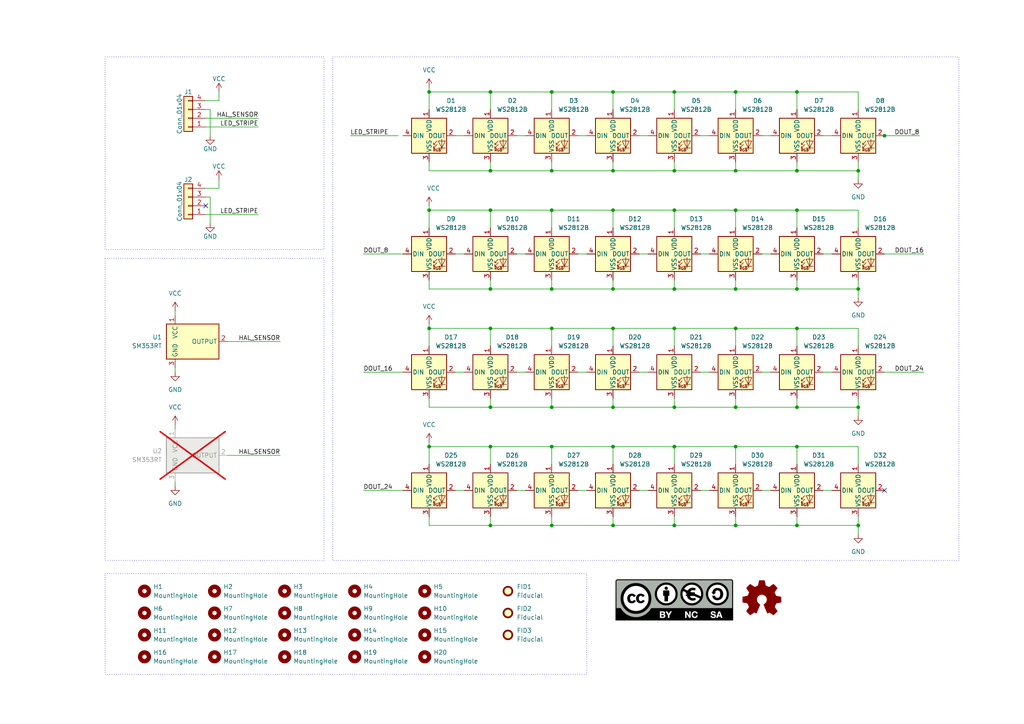
<source format=kicad_sch>
(kicad_sch (version 20230121) (generator eeschema)
  (paper "A4")
  (title_block (date "2024-01-13") (rev "A"))
  (lib_symbols
    (symbol "Connector_Generic:Conn_01x04" (pin_names (offset 1.016) hide)
      (property "Reference" "J" (at 0 5.08 0))
      (property "Value" "Conn_01x04" (at 0 -7.62 0))
      (symbol "Conn_01x04_1_1"
        (rectangle (start -1.27 -4.953) (end 0 -5.207) (stroke (width 0.1524)))
        (rectangle (start -1.27 -2.413) (end 0 -2.667) (stroke (width 0.1524)))
        (rectangle (start -1.27 0.127) (end 0 -0.127) (stroke (width 0.1524)))
        (rectangle (start -1.27 2.667) (end 0 2.413) (stroke (width 0.1524)))
        (rectangle (start -1.27 3.81) (end 1.27 -6.35) (stroke (width 0.254)) (fill (type background)))
        (pin passive line (at -5.08 2.54 0) (length 3.81) (name "Pin_1") (number "1"))
        (pin passive line (at -5.08 0 0) (length 3.81) (name "Pin_2") (number "2"))
        (pin passive line (at -5.08 -2.54 0) (length 3.81) (name "Pin_3") (number "3"))
        (pin passive line (at -5.08 -5.08 0) (length 3.81) (name "Pin_4") (number "4"))
      )
    )
    (symbol "Graphic:Logo_Open_Hardware_Small" (in_bom no) (on_board no)
      (symbol "Logo_Open_Hardware_Small_0_1"
        (polyline (pts (xy 3.3528 -4.3434) (xy 3.302 -4.318) (xy 3.175 -4.2418) (xy 2.9972 -4.1148) (xy 2.7686 -3.9624) (xy 2.54 -3.81) (xy 2.3622 -3.7084) (xy 2.2352 -3.6068) (xy 2.1844 -3.5814) (xy 2.159 -3.6068) (xy 2.0574 -3.6576) (xy 1.905 -3.7338) (xy 1.8034 -3.7846) (xy 1.6764 -3.8354) (xy 1.6002 -3.8354) (xy 1.6002 -3.8354) (xy 1.5494 -3.7338) (xy 1.4732 -3.5306) (xy 1.3462 -3.302) (xy 1.2446 -3.0226) (xy 1.1176 -2.7178) (xy 0.9652 -2.413) (xy 0.8636 -2.1082) (xy 0.7366 -1.8288) (xy 0.6604 -1.6256) (xy 0.6096 -1.4732) (xy 0.5842 -1.397) (xy 0.5842 -1.397) (xy 0.6604 -1.3208) (xy 0.7874 -1.2446) (xy 1.0414 -1.016) (xy 1.2954 -0.6858) (xy 1.4478 -0.3302) (xy 1.524 0.0762) (xy 1.4732 0.4572) (xy 1.3208 0.8128) (xy 1.0668 1.143) (xy 0.762 1.3716) (xy 0.4064 1.524) (xy 0 1.5748) (xy -0.381 1.5494) (xy -0.7366 1.397) (xy -1.0668 1.143) (xy -1.2192 0.9906) (xy -1.397 0.6604) (xy -1.524 0.3048) (xy -1.524 0.2286) (xy -1.4986 -0.1778) (xy -1.397 -0.5334) (xy -1.1938 -0.8636) (xy -0.9144 -1.143) (xy -0.8636 -1.1684) (xy -0.7366 -1.27) (xy -0.635 -1.3462) (xy -0.5842 -1.397) (xy -1.0668 -2.5908) (xy -1.143 -2.794) (xy -1.2954 -3.1242) (xy -1.397 -3.4036) (xy -1.4986 -3.6322) (xy -1.5748 -3.7846) (xy -1.6002 -3.8354) (xy -1.6002 -3.8354) (xy -1.651 -3.8354) (xy -1.7272 -3.81) (xy -1.905 -3.7338) (xy -2.0066 -3.683) (xy -2.1336 -3.6068) (xy -2.2098 -3.5814) (xy -2.2606 -3.6068) (xy -2.3622 -3.683) (xy -2.54 -3.81) (xy -2.7686 -3.9624) (xy -2.9718 -4.0894) (xy -3.1496 -4.2164) (xy -3.302 -4.318) (xy -3.3528 -4.3434) (xy -3.3782 -4.3434) (xy -3.429 -4.318) (xy -3.5306 -4.2164) (xy -3.7084 -4.064) (xy -3.937 -3.8354) (xy -3.9624 -3.81) (xy -4.1656 -3.6068) (xy -4.318 -3.4544) (xy -4.4196 -3.3274) (xy -4.445 -3.2766) (xy -4.445 -3.2766) (xy -4.4196 -3.2258) (xy -4.318 -3.0734) (xy -4.2164 -2.8956) (xy -4.064 -2.667) (xy -3.6576 -2.0828) (xy -3.8862 -1.5494) (xy -3.937 -1.3716) (xy -4.0386 -1.1684) (xy -4.0894 -1.0414) (xy -4.1148 -0.9652) (xy -4.191 -0.9398) (xy -4.318 -0.9144) (xy -4.5466 -0.8636) (xy -4.8006 -0.8128) (xy -5.0546 -0.7874) (xy -5.2578 -0.7366) (xy -5.4356 -0.7112) (xy -5.5118 -0.6858) (xy -5.5118 -0.6858) (xy -5.5372 -0.635) (xy -5.5372 -0.5588) (xy -5.5372 -0.4318) (xy -5.5626 -0.2286) (xy -5.5626 0.0762) (xy -5.5626 0.127) (xy -5.5372 0.4064) (xy -5.5372 0.635) (xy -5.5372 0.762) (xy -5.5372 0.8382) (xy -5.5372 0.8382) (xy -5.461 0.8382) (xy -5.3086 0.889) (xy -5.08 0.9144) (xy -4.826 0.9652) (xy -4.8006 0.9906) (xy -4.5466 1.0414) (xy -4.318 1.0668) (xy -4.1656 1.1176) (xy -4.0894 1.143) (xy -4.0894 1.143) (xy -4.0386 1.2446) (xy -3.9624 1.4224) (xy -3.8608 1.6256) (xy -3.7846 1.8288) (xy -3.7084 2.0066) (xy -3.6576 2.159) (xy -3.6322 2.2098) (xy -3.6322 2.2098) (xy -3.683 2.286) (xy -3.7592 2.413) (xy -3.8862 2.5908) (xy -4.064 2.8194) (xy -4.064 2.8448) (xy -4.2164 3.0734) (xy -4.3434 3.2512) (xy -4.4196 3.3782) (xy -4.445 3.4544) (xy -4.445 3.4544) (xy -4.3942 3.5052) (xy -4.2926 3.6322) (xy -4.1148 3.81) (xy -3.937 4.0132) (xy -3.8608 4.064) (xy -3.6576 4.2926) (xy -3.5052 4.4196) (xy -3.4036 4.4958) (xy -3.3528 4.5212) (xy -3.3528 4.5212) (xy -3.302 4.4704) (xy -3.1496 4.3688) (xy -2.9718 4.2418) (xy -2.7432 4.0894) (xy -2.7178 4.0894) (xy -2.4892 3.937) (xy -2.3114 3.81) (xy -2.1844 3.7084) (xy -2.1336 3.683) (xy -2.1082 3.683) (xy -2.032 3.7084) (xy -1.8542 3.7592) (xy -1.6764 3.8354) (xy -1.4732 3.937) (xy -1.27 4.0132) (xy -1.143 4.064) (xy -1.0668 4.1148) (xy -1.0668 4.1148) (xy -1.0414 4.191) (xy -1.016 4.3434) (xy -0.9652 4.572) (xy -0.9144 4.8514) (xy -0.889 4.9022) (xy -0.8382 5.1562) (xy -0.8128 5.3848) (xy -0.7874 5.5372) (xy -0.762 5.588) (xy -0.7112 5.6134) (xy -0.5842 5.6134) (xy -0.4064 5.6134) (xy -0.1524 5.6134) (xy 0.0762 5.6134) (xy 0.3302 5.6134) (xy 0.5334 5.6134) (xy 0.6858 5.588) (xy 0.7366 5.588) (xy 0.7366 5.588) (xy 0.762 5.5118) (xy 0.8128 5.334) (xy 0.8382 5.1054) (xy 0.9144 4.826) (xy 0.9144 4.7752) (xy 0.9652 4.5212) (xy 1.016 4.2926) (xy 1.0414 4.1402) (xy 1.0668 4.0894) (xy 1.0668 4.0894) (xy 1.1938 4.0386) (xy 1.3716 3.9624) (xy 1.5748 3.8608) (xy 2.0828 3.6576) (xy 2.7178 4.0894) (xy 2.7686 4.1402) (xy 2.9972 4.2926) (xy 3.175 4.4196) (xy 3.302 4.4958) (xy 3.3782 4.5212) (xy 3.3782 4.5212) (xy 3.429 4.4704) (xy 3.556 4.3434) (xy 3.7338 4.191) (xy 3.9116 3.9878) (xy 4.064 3.8354) (xy 4.2418 3.6576) (xy 4.3434 3.556) (xy 4.4196 3.4798) (xy 4.4196 3.429) (xy 4.4196 3.4036) (xy 4.3942 3.3274) (xy 4.2926 3.2004) (xy 4.1656 2.9972) (xy 4.0132 2.794) (xy 3.8862 2.5908) (xy 3.7592 2.3876) (xy 3.6576 2.2352) (xy 3.6322 2.159) (xy 3.6322 2.1336) (xy 3.683 2.0066) (xy 3.7592 1.8288) (xy 3.8608 1.6002) (xy 4.064 1.1176) (xy 4.3942 1.0414) (xy 4.5974 1.016) (xy 4.8768 0.9652) (xy 5.1308 0.9144) (xy 5.5372 0.8382) (xy 5.5626 -0.6604) (xy 5.4864 -0.6858) (xy 5.4356 -0.6858) (xy 5.2832 -0.7366) (xy 5.0546 -0.762) (xy 4.8006 -0.8128) (xy 4.5974 -0.8636) (xy 4.3688 -0.9144) (xy 4.2164 -0.9398) (xy 4.1402 -0.9398) (xy 4.1148 -0.9652) (xy 4.064 -1.0668) (xy 3.9878 -1.2446) (xy 3.9116 -1.4478) (xy 3.81 -1.651) (xy 3.7338 -1.8542) (xy 3.683 -2.0066) (xy 3.6576 -2.0828) (xy 3.683 -2.1336) (xy 3.7846 -2.2606) (xy 3.8862 -2.4638) (xy 4.0386 -2.667) (xy 4.191 -2.8956) (xy 4.318 -3.0734) (xy 4.3942 -3.2004) (xy 4.445 -3.2766) (xy 4.4196 -3.3274) (xy 4.3434 -3.429) (xy 4.1656 -3.5814) (xy 3.937 -3.8354) (xy 3.8862 -3.8608) (xy 3.683 -4.064) (xy 3.5306 -4.2164) (xy 3.4036 -4.318) (xy 3.3528 -4.3434)) (fill (type outline)))
      )
    )
    (symbol "LED:WS2812B" (pin_names (offset 0.254))
      (property "Reference" "D" (at 5.08 5.715 0))
      (property "Value" "WS2812B" (at 1.27 -5.715 0))
      (symbol "WS2812B_0_0"
        (text "RGB" (at 2.286 -4.191 0) (effects (font (size 0.762 0.762))))
      )
      (symbol "WS2812B_0_1"
        (polyline (pts (xy 1.27 -3.556) (xy 1.778 -3.556)))
        (polyline (pts (xy 1.27 -2.54) (xy 1.778 -2.54)))
        (polyline (pts (xy 4.699 -3.556) (xy 2.667 -3.556)))
        (polyline (pts (xy 2.286 -2.54) (xy 1.27 -3.556) (xy 1.27 -3.048)))
        (polyline (pts (xy 2.286 -1.524) (xy 1.27 -2.54) (xy 1.27 -2.032)))
        (polyline (pts (xy 3.683 -1.016) (xy 3.683 -3.556) (xy 3.683 -4.064)))
        (polyline (pts (xy 4.699 -1.524) (xy 2.667 -1.524) (xy 3.683 -3.556) (xy 4.699 -1.524)))
        (rectangle (start 5.08 5.08) (end -5.08 -5.08) (stroke (width 0.254)) (fill (type background)))
      )
      (symbol "WS2812B_1_1"
        (pin power_in line (at 0 7.62 270) (length 2.54) (name "VDD") (number "1"))
        (pin output line (at 7.62 0 180) (length 2.54) (name "DOUT") (number "2"))
        (pin power_in line (at 0 -7.62 90) (length 2.54) (name "VSS") (number "3"))
        (pin input line (at -7.62 0 0) (length 2.54) (name "DIN") (number "4"))
      )
    )
    (symbol "Mechanical:Fiducial"
      (property "Reference" "FID" (at 0 5.08 0))
      (property "Value" "Fiducial" (at 0 3.175 0))
      (symbol "Fiducial_0_1"
        (circle (center 0 0) (radius 1.27) (stroke (width 0.508)) (fill (type background)))
      )
    )
    (symbol "Mechanical:MountingHole" (pin_names (offset 1.016))
      (property "Reference" "H" (at 0 5.08 0))
      (property "Value" "MountingHole" (at 0 3.175 0))
      (symbol "MountingHole_0_1"
        (circle (center 0 0) (radius 1.27) (stroke (width 1.27)))
      )
    )
    (symbol "Sensor_Magnetic:SM351LT"
      (property "Reference" "U" (at 5.08 8.89 0))
      (property "Value" "SM351LT" (at 2.54 6.35 0))
      (symbol "SM351LT_0_1"
        (rectangle (start 7.62 5.08) (end -7.62 -5.08) (stroke (width 0.254)) (fill (type background)))
      )
      (symbol "SM351LT_1_1"
        (pin power_in line (at -5.08 7.62 270) (length 2.54) (name "VCC") (number "1"))
        (pin output line (at 10.16 0 180) (length 2.54) (name "OUTPUT") (number "2"))
        (pin power_in line (at -5.08 -7.62 90) (length 2.54) (name "GND") (number "3"))
      )
    )
    (symbol "power:GND" (power) (pin_names (offset 0))
      (property "Value" "GND" (at 0 -3.81 0))
      (symbol "GND_0_1"
        (polyline (pts (xy 0 0) (xy 0 -1.27) (xy 1.27 -1.27) (xy 0 -2.54) (xy -1.27 -1.27) (xy 0 -1.27)))
      )
      (symbol "GND_1_1"
        (pin power_in line (at 0 0 270) (length 0) hide (name "GND") (number "1"))
      )
    )
    (symbol "power:VCC" (power) (pin_names (offset 0))
      (property "Value" "VCC" (at 0 3.81 0))
      (symbol "VCC_0_1"
        (polyline (pts (xy -0.762 1.27) (xy 0 2.54)))
        (polyline (pts (xy 0 0) (xy 0 2.54)))
        (polyline (pts (xy 0 2.54) (xy 0.762 1.27)))
      )
      (symbol "VCC_1_1"
        (pin power_in line (at 0 0 90) (length 0) hide (name "VCC") (number "1"))
      )
    )
  )
  (junction (at 142.24 49.53))
  (junction (at 231.14 118.11))
  (junction (at 124.46 95.25))
  (junction (at 177.8 26.67))
  (junction (at 177.8 49.53))
  (junction (at 160.02 83.82))
  (junction (at 231.14 129.54))
  (junction (at 195.58 60.96))
  (junction (at 248.92 118.11))
  (junction (at 231.14 60.96))
  (junction (at 142.24 152.4))
  (junction (at 124.46 60.96))
  (junction (at 160.02 49.53))
  (junction (at 142.24 129.54))
  (junction (at 177.8 60.96))
  (junction (at 177.8 152.4))
  (junction (at 248.92 49.53))
  (junction (at 213.36 95.25))
  (junction (at 195.58 95.25))
  (junction (at 195.58 83.82))
  (junction (at 256.54 39.37))
  (junction (at 160.02 60.96))
  (junction (at 231.14 83.82))
  (junction (at 195.58 129.54))
  (junction (at 142.24 118.11))
  (junction (at 213.36 26.67))
  (junction (at 231.14 49.53))
  (junction (at 124.46 129.54))
  (junction (at 142.24 83.82))
  (junction (at 213.36 60.96))
  (junction (at 177.8 83.82))
  (junction (at 195.58 118.11))
  (junction (at 213.36 118.11))
  (junction (at 124.46 26.67))
  (junction (at 142.24 60.96))
  (junction (at 248.92 83.82))
  (junction (at 231.14 152.4))
  (junction (at 195.58 26.67))
  (junction (at 177.8 129.54))
  (junction (at 231.14 26.67))
  (junction (at 195.58 152.4))
  (junction (at 160.02 152.4))
  (junction (at 213.36 83.82))
  (junction (at 213.36 129.54))
  (junction (at 160.02 118.11))
  (junction (at 177.8 118.11))
  (junction (at 160.02 129.54))
  (junction (at 195.58 49.53))
  (junction (at 231.14 95.25))
  (junction (at 213.36 49.53))
  (junction (at 142.24 95.25))
  (junction (at 142.24 26.67))
  (junction (at 248.92 152.4))
  (junction (at 213.36 152.4))
  (junction (at 177.8 95.25))
  (junction (at 160.02 95.25))
  (junction (at 160.02 26.67))
  (no_connect (at 256.54 142.24))
  (no_connect (at 59.69 59.69))
  (wire (pts (xy 50.8 90.17) (xy 50.8 91.44)))
  (wire (pts (xy 160.02 49.53) (xy 177.8 49.53)))
  (wire (pts (xy 195.58 81.28) (xy 195.58 83.82)))
  (wire (pts (xy 132.08 73.66) (xy 134.62 73.66)))
  (wire (pts (xy 149.86 39.37) (xy 152.4 39.37)))
  (wire (pts (xy 220.98 39.37) (xy 223.52 39.37)))
  (wire (pts (xy 238.76 73.66) (xy 241.3 73.66)))
  (wire (pts (xy 213.36 118.11) (xy 231.14 118.11)))
  (wire (pts (xy 177.8 31.75) (xy 177.8 26.67)))
  (wire (pts (xy 213.36 49.53) (xy 231.14 49.53)))
  (wire (pts (xy 231.14 95.25) (xy 213.36 95.25)))
  (wire (pts (xy 177.8 66.04) (xy 177.8 60.96)))
  (wire (pts (xy 177.8 129.54) (xy 160.02 129.54)))
  (wire (pts (xy 149.86 142.24) (xy 152.4 142.24)))
  (wire (pts (xy 160.02 31.75) (xy 160.02 26.67)))
  (wire (pts (xy 124.46 93.98) (xy 124.46 95.25)))
  (wire (pts (xy 195.58 129.54) (xy 177.8 129.54)))
  (wire (pts (xy 195.58 49.53) (xy 213.36 49.53)))
  (wire (pts (xy 248.92 129.54) (xy 231.14 129.54)))
  (wire (pts (xy 195.58 118.11) (xy 213.36 118.11)))
  (wire (pts (xy 160.02 60.96) (xy 142.24 60.96)))
  (wire (pts (xy 195.58 152.4) (xy 213.36 152.4)))
  (wire (pts (xy 195.58 100.33) (xy 195.58 95.25)))
  (wire (pts (xy 124.46 26.67) (xy 124.46 31.75)))
  (wire (pts (xy 124.46 83.82) (xy 142.24 83.82)))
  (wire (pts (xy 231.14 60.96) (xy 213.36 60.96)))
  (wire (pts (xy 124.46 128.27) (xy 124.46 129.54)))
  (wire (pts (xy 160.02 100.33) (xy 160.02 95.25)))
  (wire (pts (xy 213.36 100.33) (xy 213.36 95.25)))
  (wire (pts (xy 142.24 115.57) (xy 142.24 118.11)))
  (wire (pts (xy 177.8 81.28) (xy 177.8 83.82)))
  (wire (pts (xy 177.8 26.67) (xy 160.02 26.67)))
  (wire (pts (xy 248.92 46.99) (xy 248.92 49.53)))
  (wire (pts (xy 256.54 73.66) (xy 267.97 73.66)))
  (wire (pts (xy 220.98 142.24) (xy 223.52 142.24)))
  (wire (pts (xy 132.08 39.37) (xy 134.62 39.37)))
  (wire (pts (xy 142.24 66.04) (xy 142.24 60.96)))
  (wire (pts (xy 160.02 46.99) (xy 160.02 49.53)))
  (wire (pts (xy 63.5 52.07) (xy 63.5 54.61)))
  (wire (pts (xy 50.8 123.19) (xy 50.8 124.46)))
  (wire (pts (xy 160.02 26.67) (xy 142.24 26.67)))
  (wire (pts (xy 248.92 115.57) (xy 248.92 118.11)))
  (wire (pts (xy 63.5 26.67) (xy 63.5 29.21)))
  (wire (pts (xy 256.54 107.95) (xy 267.97 107.95)))
  (wire (pts (xy 124.46 60.96) (xy 124.46 66.04)))
  (wire (pts (xy 177.8 134.62) (xy 177.8 129.54)))
  (wire (pts (xy 213.36 134.62) (xy 213.36 129.54)))
  (wire (pts (xy 231.14 100.33) (xy 231.14 95.25)))
  (wire (pts (xy 160.02 66.04) (xy 160.02 60.96)))
  (wire (pts (xy 195.58 95.25) (xy 177.8 95.25)))
  (wire (pts (xy 195.58 83.82) (xy 213.36 83.82)))
  (wire (pts (xy 124.46 95.25) (xy 124.46 100.33)))
  (wire (pts (xy 66.04 99.06) (xy 81.28 99.06)))
  (wire (pts (xy 50.8 139.7) (xy 50.8 140.97)))
  (wire (pts (xy 59.69 34.29) (xy 74.93 34.29)))
  (wire (pts (xy 177.8 149.86) (xy 177.8 152.4)))
  (wire (pts (xy 167.64 142.24) (xy 170.18 142.24)))
  (wire (pts (xy 66.04 132.08) (xy 81.28 132.08)))
  (wire (pts (xy 124.46 149.86) (xy 124.46 152.4)))
  (wire (pts (xy 160.02 134.62) (xy 160.02 129.54)))
  (wire (pts (xy 213.36 95.25) (xy 195.58 95.25)))
  (wire (pts (xy 248.92 149.86) (xy 248.92 152.4)))
  (wire (pts (xy 167.64 39.37) (xy 170.18 39.37)))
  (wire (pts (xy 59.69 31.75) (xy 60.96 31.75)))
  (wire (pts (xy 149.86 107.95) (xy 152.4 107.95)))
  (wire (pts (xy 124.46 81.28) (xy 124.46 83.82)))
  (wire (pts (xy 203.2 73.66) (xy 205.74 73.66)))
  (wire (pts (xy 238.76 39.37) (xy 241.3 39.37)))
  (wire (pts (xy 142.24 152.4) (xy 160.02 152.4)))
  (wire (pts (xy 132.08 107.95) (xy 134.62 107.95)))
  (wire (pts (xy 231.14 66.04) (xy 231.14 60.96)))
  (wire (pts (xy 142.24 31.75) (xy 142.24 26.67)))
  (wire (pts (xy 101.6 39.37) (xy 115.57 39.37)))
  (wire (pts (xy 160.02 81.28) (xy 160.02 83.82)))
  (wire (pts (xy 142.24 129.54) (xy 124.46 129.54)))
  (wire (pts (xy 105.41 107.95) (xy 116.84 107.95)))
  (wire (pts (xy 160.02 118.11) (xy 177.8 118.11)))
  (wire (pts (xy 124.46 118.11) (xy 142.24 118.11)))
  (wire (pts (xy 105.41 73.66) (xy 116.84 73.66)))
  (wire (pts (xy 213.36 149.86) (xy 213.36 152.4)))
  (wire (pts (xy 248.92 60.96) (xy 231.14 60.96)))
  (wire (pts (xy 160.02 115.57) (xy 160.02 118.11)))
  (wire (pts (xy 160.02 95.25) (xy 142.24 95.25)))
  (wire (pts (xy 124.46 115.57) (xy 124.46 118.11)))
  (wire (pts (xy 195.58 26.67) (xy 177.8 26.67)))
  (wire (pts (xy 160.02 129.54) (xy 142.24 129.54)))
  (wire (pts (xy 142.24 149.86) (xy 142.24 152.4)))
  (wire (pts (xy 124.46 129.54) (xy 124.46 134.62)))
  (wire (pts (xy 59.69 29.21) (xy 63.5 29.21)))
  (wire (pts (xy 142.24 46.99) (xy 142.24 49.53)))
  (wire (pts (xy 213.36 83.82) (xy 231.14 83.82)))
  (wire (pts (xy 248.92 95.25) (xy 231.14 95.25)))
  (wire (pts (xy 185.42 107.95) (xy 187.96 107.95)))
  (wire (pts (xy 177.8 152.4) (xy 195.58 152.4)))
  (wire (pts (xy 220.98 107.95) (xy 223.52 107.95)))
  (wire (pts (xy 231.14 46.99) (xy 231.14 49.53)))
  (wire (pts (xy 248.92 100.33) (xy 248.92 95.25)))
  (wire (pts (xy 177.8 60.96) (xy 160.02 60.96)))
  (wire (pts (xy 142.24 60.96) (xy 124.46 60.96)))
  (wire (pts (xy 195.58 46.99) (xy 195.58 49.53)))
  (wire (pts (xy 142.24 100.33) (xy 142.24 95.25)))
  (wire (pts (xy 167.64 73.66) (xy 170.18 73.66)))
  (wire (pts (xy 177.8 46.99) (xy 177.8 49.53)))
  (wire (pts (xy 185.42 73.66) (xy 187.96 73.66)))
  (wire (pts (xy 195.58 66.04) (xy 195.58 60.96)))
  (wire (pts (xy 160.02 149.86) (xy 160.02 152.4)))
  (wire (pts (xy 238.76 107.95) (xy 241.3 107.95)))
  (wire (pts (xy 203.2 39.37) (xy 205.74 39.37)))
  (wire (pts (xy 50.8 106.68) (xy 50.8 107.95)))
  (wire (pts (xy 248.92 66.04) (xy 248.92 60.96)))
  (wire (pts (xy 213.36 46.99) (xy 213.36 49.53)))
  (wire (pts (xy 59.69 36.83) (xy 74.93 36.83)))
  (wire (pts (xy 231.14 83.82) (xy 248.92 83.82)))
  (wire (pts (xy 60.96 57.15) (xy 60.96 64.77)))
  (wire (pts (xy 195.58 149.86) (xy 195.58 152.4)))
  (wire (pts (xy 213.36 81.28) (xy 213.36 83.82)))
  (wire (pts (xy 124.46 46.99) (xy 124.46 49.53)))
  (wire (pts (xy 203.2 107.95) (xy 205.74 107.95)))
  (wire (pts (xy 213.36 60.96) (xy 195.58 60.96)))
  (wire (pts (xy 231.14 31.75) (xy 231.14 26.67)))
  (wire (pts (xy 231.14 49.53) (xy 248.92 49.53)))
  (wire (pts (xy 142.24 26.67) (xy 124.46 26.67)))
  (wire (pts (xy 248.92 83.82) (xy 248.92 86.36)))
  (wire (pts (xy 213.36 66.04) (xy 213.36 60.96)))
  (wire (pts (xy 220.98 73.66) (xy 223.52 73.66)))
  (wire (pts (xy 167.64 107.95) (xy 170.18 107.95)))
  (wire (pts (xy 124.46 152.4) (xy 142.24 152.4)))
  (wire (pts (xy 231.14 118.11) (xy 248.92 118.11)))
  (wire (pts (xy 60.96 31.75) (xy 60.96 39.37)))
  (wire (pts (xy 177.8 49.53) (xy 195.58 49.53)))
  (wire (pts (xy 255.27 39.37) (xy 256.54 39.37)))
  (wire (pts (xy 203.2 142.24) (xy 205.74 142.24)))
  (wire (pts (xy 177.8 100.33) (xy 177.8 95.25)))
  (wire (pts (xy 142.24 49.53) (xy 160.02 49.53)))
  (wire (pts (xy 142.24 134.62) (xy 142.24 129.54)))
  (wire (pts (xy 213.36 129.54) (xy 195.58 129.54)))
  (wire (pts (xy 59.69 62.23) (xy 74.93 62.23)))
  (wire (pts (xy 195.58 134.62) (xy 195.58 129.54)))
  (wire (pts (xy 231.14 152.4) (xy 248.92 152.4)))
  (wire (pts (xy 231.14 134.62) (xy 231.14 129.54)))
  (wire (pts (xy 124.46 49.53) (xy 142.24 49.53)))
  (wire (pts (xy 248.92 26.67) (xy 231.14 26.67)))
  (wire (pts (xy 142.24 118.11) (xy 160.02 118.11)))
  (wire (pts (xy 248.92 81.28) (xy 248.92 83.82)))
  (wire (pts (xy 105.41 142.24) (xy 116.84 142.24)))
  (wire (pts (xy 142.24 95.25) (xy 124.46 95.25)))
  (wire (pts (xy 248.92 31.75) (xy 248.92 26.67)))
  (wire (pts (xy 248.92 152.4) (xy 248.92 154.94)))
  (wire (pts (xy 149.86 73.66) (xy 152.4 73.66)))
  (wire (pts (xy 213.36 31.75) (xy 213.36 26.67)))
  (wire (pts (xy 231.14 149.86) (xy 231.14 152.4)))
  (wire (pts (xy 231.14 81.28) (xy 231.14 83.82)))
  (wire (pts (xy 195.58 60.96) (xy 177.8 60.96)))
  (wire (pts (xy 177.8 95.25) (xy 160.02 95.25)))
  (wire (pts (xy 185.42 142.24) (xy 187.96 142.24)))
  (wire (pts (xy 177.8 115.57) (xy 177.8 118.11)))
  (wire (pts (xy 248.92 134.62) (xy 248.92 129.54)))
  (wire (pts (xy 177.8 118.11) (xy 195.58 118.11)))
  (wire (pts (xy 124.46 25.4) (xy 124.46 26.67)))
  (wire (pts (xy 185.42 39.37) (xy 187.96 39.37)))
  (wire (pts (xy 213.36 152.4) (xy 231.14 152.4)))
  (wire (pts (xy 160.02 152.4) (xy 177.8 152.4)))
  (wire (pts (xy 231.14 115.57) (xy 231.14 118.11)))
  (wire (pts (xy 160.02 83.82) (xy 177.8 83.82)))
  (wire (pts (xy 248.92 49.53) (xy 248.92 52.07)))
  (wire (pts (xy 213.36 115.57) (xy 213.36 118.11)))
  (wire (pts (xy 195.58 31.75) (xy 195.58 26.67)))
  (wire (pts (xy 124.46 59.69) (xy 124.46 60.96)))
  (wire (pts (xy 142.24 83.82) (xy 160.02 83.82)))
  (wire (pts (xy 177.8 83.82) (xy 195.58 83.82)))
  (wire (pts (xy 231.14 26.67) (xy 213.36 26.67)))
  (wire (pts (xy 142.24 81.28) (xy 142.24 83.82)))
  (wire (pts (xy 132.08 142.24) (xy 134.62 142.24)))
  (wire (pts (xy 195.58 115.57) (xy 195.58 118.11)))
  (wire (pts (xy 213.36 26.67) (xy 195.58 26.67)))
  (wire (pts (xy 59.69 54.61) (xy 63.5 54.61)))
  (wire (pts (xy 248.92 118.11) (xy 248.92 120.65)))
  (wire (pts (xy 231.14 129.54) (xy 213.36 129.54)))
  (wire (pts (xy 238.76 142.24) (xy 241.3 142.24)))
  (wire (pts (xy 59.69 57.15) (xy 60.96 57.15)))
  (wire (pts (xy 256.54 39.37) (xy 266.7 39.37)))
  (rectangle (start 30.48 166.37) (end 170.18 195.58) (stroke (width 0) (type dot)))
  (rectangle (start 96.52 16.51) (end 278.13 162.56) (stroke (width 0) (type dot)))
  (rectangle (start 30.48 16.51) (end 93.98 72.39) (stroke (width 0) (type dot)))
  (rectangle (start 30.48 74.93) (end 93.98 162.56) (stroke (width 0) (type dot)))
  (image (at 195.58 173.99))
  (label "LED_STRIPE" (at 74.93 62.23 180))
  (label "HAL_SENSOR" (at 81.28 132.08 180))
  (label "HAL_SENSOR" (at 81.28 99.06 180))
  (label "HAL_SENSOR" (at 74.93 34.29 180))
  (label "LED_STRIPE" (at 74.93 36.83 180))
  (label "DOUT_16" (at 105.41 107.95 0))
  (label "DOUT_16" (at 267.97 73.66 180))
  (label "DOUT_24" (at 267.97 107.95 180))
  (label "DOUT_8" (at 105.41 73.66 0))
  (label "DOUT_8" (at 266.7 39.37 180))
  (label "DOUT_24" (at 105.41 142.24 0))
  (label "LED_STRIPE" (at 101.6 39.37 0))
  (symbol (lib_id "Graphic:Logo_Open_Hardware_Small") (at 220.98 173.99 0) (unit 1) (in_bom no)
    (property "Reference" "#SYM1" (effects hide))
    (property "Value" "Logo_Open_Hardware_Small" (effects hide))
    (property "Footprint" "Symbol:OSHW-Logo2_7.3x6mm_SilkScreen" (effects hide))
    (property "Sim.Enable" "0" (effects hide))
  )
  (symbol (lib_id "Mechanical:MountingHole") (at 123.19 190.5 0) (unit 1)
    (property "Reference" "H20" (at 125.73 189.23 0) (effects (justify left)))
    (property "Value" "MountingHole" (at 125.73 191.77 0) (effects (justify left)))
    (property "Footprint" "MountingHole:MountingHole_3.2mm_M3" (effects hide))
  )
  (symbol (lib_id "power:VCC") (at 63.5 52.07 0) (unit 1)
    (property "Reference" "#PWR04" (effects hide))
    (property "Value" "VCC" (at 63.5 48.26 0))
  )
  (symbol (lib_id "LED:WS2812B") (at 231.14 142.24 0) (unit 1)
    (property "Reference" "D31" (at 237.49 132.08 0))
    (property "Value" "WS2812B" (at 237.49 134.62 0))
    (property "Footprint" "LED_SMD:LED_WS2812B_PLCC4_5.0x5.0mm_P3.2mm" (effects hide))
    (property "Datasheet" "https://cdn-shop.adafruit.com/datasheets/WS2812B.pdf" (effects hide))
    (property "LCSC" "C2761795" (effects hide))
  )
  (symbol (lib_id "Mechanical:MountingHole") (at 82.55 171.45 0) (unit 1)
    (property "Reference" "H3" (at 85.09 170.18 0) (effects (justify left)))
    (property "Value" "MountingHole" (at 85.09 172.72 0) (effects (justify left)))
    (property "Footprint" "MountingHole:MountingHole_3.2mm_M3" (effects hide))
  )
  (symbol (lib_id "power:GND") (at 60.96 64.77 0) (unit 1)
    (property "Reference" "#PWR07" (effects hide))
    (property "Value" "GND" (at 60.96 68.58 0))
  )
  (symbol (lib_id "Sensor_Magnetic:SM351LT") (at 55.88 99.06 0) (unit 1)
    (property "Reference" "U1" (at 46.99 97.79 0) (effects (justify right)))
    (property "Value" "SM353RT" (at 46.99 100.33 0) (effects (justify right)))
    (property "Footprint" "Package_TO_SOT_SMD:SOT-23" (effects hide))
    (property "Datasheet" "https://sensing.honeywell.com/honeywell-sensing-nanopower-series-product-sheet-50095501-a-en.pdf" (effects hide))
    (property "LCSC" "C557249" (effects hide))
  )
  (symbol (lib_id "Mechanical:MountingHole") (at 62.23 190.5 0) (unit 1)
    (property "Reference" "H17" (at 64.77 189.23 0) (effects (justify left)))
    (property "Value" "MountingHole" (at 64.77 191.77 0) (effects (justify left)))
    (property "Footprint" "MountingHole:MountingHole_3.2mm_M3" (effects hide))
  )
  (symbol (lib_id "Mechanical:MountingHole") (at 82.55 190.5 0) (unit 1)
    (property "Reference" "H18" (at 85.09 189.23 0) (effects (justify left)))
    (property "Value" "MountingHole" (at 85.09 191.77 0) (effects (justify left)))
    (property "Footprint" "MountingHole:MountingHole_3.2mm_M3" (effects hide))
  )
  (symbol (lib_id "LED:WS2812B") (at 124.46 39.37 0) (unit 1)
    (property "Reference" "D1" (at 130.81 29.21 0))
    (property "Value" "WS2812B" (at 130.81 31.75 0))
    (property "Footprint" "LED_SMD:LED_WS2812B_PLCC4_5.0x5.0mm_P3.2mm" (effects hide))
    (property "Datasheet" "https://cdn-shop.adafruit.com/datasheets/WS2812B.pdf" (effects hide))
    (property "LCSC" "C2761795" (effects hide))
  )
  (symbol (lib_id "Sensor_Magnetic:SM351LT") (at 55.88 132.08 0) (unit 1) (dnp yes)
    (property "Reference" "U2" (at 46.99 130.81 0) (effects (justify right)))
    (property "Value" "SM353RT" (at 46.99 133.35 0) (effects (justify right)))
    (property "Footprint" "Package_TO_SOT_SMD:SOT-23" (effects hide))
    (property "Datasheet" "https://sensing.honeywell.com/honeywell-sensing-nanopower-series-product-sheet-50095501-a-en.pdf" (effects hide))
    (property "LCSC" "C557249" (effects hide))
  )
  (symbol (lib_id "power:VCC") (at 63.5 26.67 0) (unit 1)
    (property "Reference" "#PWR02" (effects hide))
    (property "Value" "VCC" (at 63.5 22.86 0))
  )
  (symbol (lib_id "power:GND") (at 60.96 39.37 0) (unit 1)
    (property "Reference" "#PWR03" (effects hide))
    (property "Value" "GND" (at 60.96 43.18 0))
  )
  (symbol (lib_id "LED:WS2812B") (at 231.14 39.37 0) (unit 1)
    (property "Reference" "D7" (at 237.49 29.21 0))
    (property "Value" "WS2812B" (at 237.49 31.75 0))
    (property "Footprint" "LED_SMD:LED_WS2812B_PLCC4_5.0x5.0mm_P3.2mm" (effects hide))
    (property "Datasheet" "https://cdn-shop.adafruit.com/datasheets/WS2812B.pdf" (effects hide))
    (property "LCSC" "C2761795" (effects hide))
  )
  (symbol (lib_id "LED:WS2812B") (at 195.58 39.37 0) (unit 1)
    (property "Reference" "D5" (at 201.93 29.21 0))
    (property "Value" "WS2812B" (at 201.93 31.75 0))
    (property "Footprint" "LED_SMD:LED_WS2812B_PLCC4_5.0x5.0mm_P3.2mm" (effects hide))
    (property "Datasheet" "https://cdn-shop.adafruit.com/datasheets/WS2812B.pdf" (effects hide))
    (property "LCSC" "C2761795" (effects hide))
  )
  (symbol (lib_id "Mechanical:MountingHole") (at 82.55 184.15 0) (unit 1)
    (property "Reference" "H13" (at 85.09 182.88 0) (effects (justify left)))
    (property "Value" "MountingHole" (at 85.09 185.42 0) (effects (justify left)))
    (property "Footprint" "MountingHole:MountingHole_3.2mm_M3" (effects hide))
  )
  (symbol (lib_id "LED:WS2812B") (at 124.46 107.95 0) (unit 1)
    (property "Reference" "D17" (at 130.81 97.79 0))
    (property "Value" "WS2812B" (at 130.81 100.33 0))
    (property "Footprint" "LED_SMD:LED_WS2812B_PLCC4_5.0x5.0mm_P3.2mm" (effects hide))
    (property "Datasheet" "https://cdn-shop.adafruit.com/datasheets/WS2812B.pdf" (effects hide))
    (property "LCSC" "C2761795" (effects hide))
  )
  (symbol (lib_id "power:GND") (at 50.8 107.95 0) (unit 1)
    (property "Reference" "#PWR011" (effects hide))
    (property "Value" "GND" (at 50.8 113.03 0))
  )
  (symbol (lib_id "LED:WS2812B") (at 142.24 39.37 0) (unit 1)
    (property "Reference" "D2" (at 148.59 29.21 0))
    (property "Value" "WS2812B" (at 148.59 31.75 0))
    (property "Footprint" "LED_SMD:LED_WS2812B_PLCC4_5.0x5.0mm_P3.2mm" (effects hide))
    (property "Datasheet" "https://cdn-shop.adafruit.com/datasheets/WS2812B.pdf" (effects hide))
    (property "LCSC" "C2761795" (effects hide))
  )
  (symbol (lib_id "LED:WS2812B") (at 248.92 107.95 0) (unit 1)
    (property "Reference" "D24" (at 255.27 97.79 0))
    (property "Value" "WS2812B" (at 255.27 100.33 0))
    (property "Footprint" "LED_SMD:LED_WS2812B_PLCC4_5.0x5.0mm_P3.2mm" (effects hide))
    (property "Datasheet" "https://cdn-shop.adafruit.com/datasheets/WS2812B.pdf" (effects hide))
    (property "LCSC" "C2761795" (effects hide))
  )
  (symbol (lib_id "Mechanical:MountingHole") (at 102.87 190.5 0) (unit 1)
    (property "Reference" "H19" (at 105.41 189.23 0) (effects (justify left)))
    (property "Value" "MountingHole" (at 105.41 191.77 0) (effects (justify left)))
    (property "Footprint" "MountingHole:MountingHole_3.2mm_M3" (effects hide))
  )
  (symbol (lib_id "LED:WS2812B") (at 231.14 73.66 0) (unit 1)
    (property "Reference" "D15" (at 237.49 63.5 0))
    (property "Value" "WS2812B" (at 237.49 66.04 0))
    (property "Footprint" "LED_SMD:LED_WS2812B_PLCC4_5.0x5.0mm_P3.2mm" (effects hide))
    (property "Datasheet" "https://cdn-shop.adafruit.com/datasheets/WS2812B.pdf" (effects hide))
    (property "LCSC" "C2761795" (effects hide))
  )
  (symbol (lib_id "Mechanical:MountingHole") (at 123.19 171.45 0) (unit 1)
    (property "Reference" "H5" (at 125.73 170.18 0) (effects (justify left)))
    (property "Value" "MountingHole" (at 125.73 172.72 0) (effects (justify left)))
    (property "Footprint" "MountingHole:MountingHole_3.2mm_M3" (effects hide))
  )
  (symbol (lib_id "Mechanical:Fiducial") (at 147.32 177.8 0) (unit 1)
    (property "Reference" "FID2" (at 149.86 176.53 0) (effects (justify left)))
    (property "Value" "Fiducial" (at 149.86 179.07 0) (effects (justify left)))
    (property "Footprint" "Fiducial:Fiducial_0.5mm_Mask1mm" (effects hide))
  )
  (symbol (lib_id "LED:WS2812B") (at 213.36 107.95 0) (unit 1)
    (property "Reference" "D22" (at 219.71 97.79 0))
    (property "Value" "WS2812B" (at 219.71 100.33 0))
    (property "Footprint" "LED_SMD:LED_WS2812B_PLCC4_5.0x5.0mm_P3.2mm" (effects hide))
    (property "Datasheet" "https://cdn-shop.adafruit.com/datasheets/WS2812B.pdf" (effects hide))
    (property "LCSC" "C2761795" (effects hide))
  )
  (symbol (lib_id "LED:WS2812B") (at 142.24 107.95 0) (unit 1)
    (property "Reference" "D18" (at 148.59 97.79 0))
    (property "Value" "WS2812B" (at 148.59 100.33 0))
    (property "Footprint" "LED_SMD:LED_WS2812B_PLCC4_5.0x5.0mm_P3.2mm" (effects hide))
    (property "Datasheet" "https://cdn-shop.adafruit.com/datasheets/WS2812B.pdf" (effects hide))
    (property "LCSC" "C2761795" (effects hide))
  )
  (symbol (lib_id "Mechanical:MountingHole") (at 41.91 190.5 0) (unit 1)
    (property "Reference" "H16" (at 44.45 189.23 0) (effects (justify left)))
    (property "Value" "MountingHole" (at 44.45 191.77 0) (effects (justify left)))
    (property "Footprint" "MountingHole:MountingHole_3.2mm_M3" (effects hide))
  )
  (symbol (lib_id "LED:WS2812B") (at 142.24 73.66 0) (unit 1)
    (property "Reference" "D10" (at 148.59 63.5 0))
    (property "Value" "WS2812B" (at 148.59 66.04 0))
    (property "Footprint" "LED_SMD:LED_WS2812B_PLCC4_5.0x5.0mm_P3.2mm" (effects hide))
    (property "Datasheet" "https://cdn-shop.adafruit.com/datasheets/WS2812B.pdf" (effects hide))
    (property "LCSC" "C2761795" (effects hide))
  )
  (symbol (lib_id "Connector_Generic:Conn_01x04") (at 54.61 34.29 180) (unit 1)
    (property "Reference" "J1" (at 54.61 26.67 0))
    (property "Value" "Conn_01x04" (at 52.07 33.02 90))
    (property "Footprint" "Connector_JST:JST_PH_S4B-PH-SM4-TB_1x04-1MP_P2.00mm_Horizontal" (effects hide))
    (property "LCSC" "C265102" (effects hide))
  )
  (symbol (lib_id "Mechanical:Fiducial") (at 147.32 171.45 0) (unit 1)
    (property "Reference" "FID1" (at 149.86 170.18 0) (effects (justify left)))
    (property "Value" "Fiducial" (at 149.86 172.72 0) (effects (justify left)))
    (property "Footprint" "Fiducial:Fiducial_0.5mm_Mask1mm" (effects hide))
  )
  (symbol (lib_id "Mechanical:MountingHole") (at 102.87 177.8 0) (unit 1)
    (property "Reference" "H9" (at 105.41 176.53 0) (effects (justify left)))
    (property "Value" "MountingHole" (at 105.41 179.07 0) (effects (justify left)))
    (property "Footprint" "MountingHole:MountingHole_3.2mm_M3" (effects hide))
  )
  (symbol (lib_id "Mechanical:MountingHole") (at 102.87 171.45 0) (unit 1)
    (property "Reference" "H4" (at 105.41 170.18 0) (effects (justify left)))
    (property "Value" "MountingHole" (at 105.41 172.72 0) (effects (justify left)))
    (property "Footprint" "MountingHole:MountingHole_3.2mm_M3" (effects hide))
  )
  (symbol (lib_id "LED:WS2812B") (at 195.58 73.66 0) (unit 1)
    (property "Reference" "D13" (at 201.93 63.5 0))
    (property "Value" "WS2812B" (at 201.93 66.04 0))
    (property "Footprint" "LED_SMD:LED_WS2812B_PLCC4_5.0x5.0mm_P3.2mm" (effects hide))
    (property "Datasheet" "https://cdn-shop.adafruit.com/datasheets/WS2812B.pdf" (effects hide))
    (property "LCSC" "C2761795" (effects hide))
  )
  (symbol (lib_id "power:GND") (at 248.92 120.65 0) (unit 1)
    (property "Reference" "#PWR012" (effects hide))
    (property "Value" "GND" (at 248.92 125.73 0))
  )
  (symbol (lib_id "Mechanical:MountingHole") (at 62.23 177.8 0) (unit 1)
    (property "Reference" "H7" (at 64.77 176.53 0) (effects (justify left)))
    (property "Value" "MountingHole" (at 64.77 179.07 0) (effects (justify left)))
    (property "Footprint" "MountingHole:MountingHole_3.2mm_M3" (effects hide))
  )
  (symbol (lib_id "LED:WS2812B") (at 177.8 107.95 0) (unit 1)
    (property "Reference" "D20" (at 184.15 97.79 0))
    (property "Value" "WS2812B" (at 184.15 100.33 0))
    (property "Footprint" "LED_SMD:LED_WS2812B_PLCC4_5.0x5.0mm_P3.2mm" (effects hide))
    (property "Datasheet" "https://cdn-shop.adafruit.com/datasheets/WS2812B.pdf" (effects hide))
    (property "LCSC" "C2761795" (effects hide))
  )
  (symbol (lib_id "power:VCC") (at 124.46 25.4 0) (unit 1)
    (property "Reference" "#PWR01" (effects hide))
    (property "Value" "VCC" (at 124.46 20.32 0))
  )
  (symbol (lib_id "power:GND") (at 248.92 86.36 0) (unit 1)
    (property "Reference" "#PWR08" (effects hide))
    (property "Value" "GND" (at 248.92 91.44 0))
  )
  (symbol (lib_id "power:VCC") (at 50.8 90.17 0) (unit 1)
    (property "Reference" "#PWR09" (effects hide))
    (property "Value" "VCC" (at 50.8 85.09 0))
  )
  (symbol (lib_id "LED:WS2812B") (at 177.8 142.24 0) (unit 1)
    (property "Reference" "D28" (at 184.15 132.08 0))
    (property "Value" "WS2812B" (at 184.15 134.62 0))
    (property "Footprint" "LED_SMD:LED_WS2812B_PLCC4_5.0x5.0mm_P3.2mm" (effects hide))
    (property "Datasheet" "https://cdn-shop.adafruit.com/datasheets/WS2812B.pdf" (effects hide))
    (property "LCSC" "C2761795" (effects hide))
  )
  (symbol (lib_id "LED:WS2812B") (at 160.02 39.37 0) (unit 1)
    (property "Reference" "D3" (at 166.37 29.21 0))
    (property "Value" "WS2812B" (at 166.37 31.75 0))
    (property "Footprint" "LED_SMD:LED_WS2812B_PLCC4_5.0x5.0mm_P3.2mm" (effects hide))
    (property "Datasheet" "https://cdn-shop.adafruit.com/datasheets/WS2812B.pdf" (effects hide))
    (property "LCSC" "C2761795" (effects hide))
  )
  (symbol (lib_id "power:GND") (at 248.92 154.94 0) (unit 1)
    (property "Reference" "#PWR016" (effects hide))
    (property "Value" "GND" (at 248.92 160.02 0))
  )
  (symbol (lib_id "Mechanical:MountingHole") (at 41.91 177.8 0) (unit 1)
    (property "Reference" "H6" (at 44.45 176.53 0) (effects (justify left)))
    (property "Value" "MountingHole" (at 44.45 179.07 0) (effects (justify left)))
    (property "Footprint" "MountingHole:MountingHole_3.2mm_M3" (effects hide))
  )
  (symbol (lib_id "Mechanical:Fiducial") (at 147.32 184.15 0) (unit 1)
    (property "Reference" "FID3" (at 149.86 182.88 0) (effects (justify left)))
    (property "Value" "Fiducial" (at 149.86 185.42 0) (effects (justify left)))
    (property "Footprint" "Fiducial:Fiducial_0.5mm_Mask1mm" (effects hide))
  )
  (symbol (lib_id "Mechanical:MountingHole") (at 102.87 184.15 0) (unit 1)
    (property "Reference" "H14" (at 105.41 182.88 0) (effects (justify left)))
    (property "Value" "MountingHole" (at 105.41 185.42 0) (effects (justify left)))
    (property "Footprint" "MountingHole:MountingHole_3.2mm_M3" (effects hide))
  )
  (symbol (lib_id "Mechanical:MountingHole") (at 41.91 184.15 0) (unit 1)
    (property "Reference" "H11" (at 44.45 182.88 0) (effects (justify left)))
    (property "Value" "MountingHole" (at 44.45 185.42 0) (effects (justify left)))
    (property "Footprint" "MountingHole:MountingHole_3.2mm_M3" (effects hide))
  )
  (symbol (lib_id "LED:WS2812B") (at 177.8 73.66 0) (unit 1)
    (property "Reference" "D12" (at 184.15 63.5 0))
    (property "Value" "WS2812B" (at 184.15 66.04 0))
    (property "Footprint" "LED_SMD:LED_WS2812B_PLCC4_5.0x5.0mm_P3.2mm" (effects hide))
    (property "Datasheet" "https://cdn-shop.adafruit.com/datasheets/WS2812B.pdf" (effects hide))
    (property "LCSC" "C2761795" (effects hide))
  )
  (symbol (lib_id "Mechanical:MountingHole") (at 123.19 184.15 0) (unit 1)
    (property "Reference" "H15" (at 125.73 182.88 0) (effects (justify left)))
    (property "Value" "MountingHole" (at 125.73 185.42 0) (effects (justify left)))
    (property "Footprint" "MountingHole:MountingHole_3.2mm_M3" (effects hide))
  )
  (symbol (lib_id "LED:WS2812B") (at 124.46 142.24 0) (unit 1)
    (property "Reference" "D25" (at 130.81 132.08 0))
    (property "Value" "WS2812B" (at 130.81 134.62 0))
    (property "Footprint" "LED_SMD:LED_WS2812B_PLCC4_5.0x5.0mm_P3.2mm" (effects hide))
    (property "Datasheet" "https://cdn-shop.adafruit.com/datasheets/WS2812B.pdf" (effects hide))
    (property "LCSC" "C2761795" (effects hide))
  )
  (symbol (lib_id "Mechanical:MountingHole") (at 62.23 184.15 0) (unit 1)
    (property "Reference" "H12" (at 64.77 182.88 0) (effects (justify left)))
    (property "Value" "MountingHole" (at 64.77 185.42 0) (effects (justify left)))
    (property "Footprint" "MountingHole:MountingHole_3.2mm_M3" (effects hide))
  )
  (symbol (lib_id "Mechanical:MountingHole") (at 41.91 171.45 0) (unit 1)
    (property "Reference" "H1" (at 44.45 170.18 0) (effects (justify left)))
    (property "Value" "MountingHole" (at 44.45 172.72 0) (effects (justify left)))
    (property "Footprint" "MountingHole:MountingHole_3.2mm_M3" (effects hide))
  )
  (symbol (lib_id "LED:WS2812B") (at 248.92 39.37 0) (unit 1)
    (property "Reference" "D8" (at 255.27 29.21 0))
    (property "Value" "WS2812B" (at 255.27 31.75 0))
    (property "Footprint" "LED_SMD:LED_WS2812B_PLCC4_5.0x5.0mm_P3.2mm" (effects hide))
    (property "Datasheet" "https://cdn-shop.adafruit.com/datasheets/WS2812B.pdf" (effects hide))
    (property "LCSC" "C2761795" (effects hide))
  )
  (symbol (lib_id "LED:WS2812B") (at 160.02 73.66 0) (unit 1)
    (property "Reference" "D11" (at 166.37 63.5 0))
    (property "Value" "WS2812B" (at 166.37 66.04 0))
    (property "Footprint" "LED_SMD:LED_WS2812B_PLCC4_5.0x5.0mm_P3.2mm" (effects hide))
    (property "Datasheet" "https://cdn-shop.adafruit.com/datasheets/WS2812B.pdf" (effects hide))
    (property "LCSC" "C2761795" (effects hide))
  )
  (symbol (lib_id "LED:WS2812B") (at 124.46 73.66 0) (unit 1)
    (property "Reference" "D9" (at 130.81 63.5 0))
    (property "Value" "WS2812B" (at 130.81 66.04 0))
    (property "Footprint" "LED_SMD:LED_WS2812B_PLCC4_5.0x5.0mm_P3.2mm" (effects hide))
    (property "Datasheet" "https://cdn-shop.adafruit.com/datasheets/WS2812B.pdf" (effects hide))
    (property "LCSC" "C2761795" (effects hide))
  )
  (symbol (lib_id "LED:WS2812B") (at 195.58 107.95 0) (unit 1)
    (property "Reference" "D21" (at 201.93 97.79 0))
    (property "Value" "WS2812B" (at 201.93 100.33 0))
    (property "Footprint" "LED_SMD:LED_WS2812B_PLCC4_5.0x5.0mm_P3.2mm" (effects hide))
    (property "Datasheet" "https://cdn-shop.adafruit.com/datasheets/WS2812B.pdf" (effects hide))
    (property "LCSC" "C2761795" (effects hide))
  )
  (symbol (lib_id "Mechanical:MountingHole") (at 82.55 177.8 0) (unit 1)
    (property "Reference" "H8" (at 85.09 176.53 0) (effects (justify left)))
    (property "Value" "MountingHole" (at 85.09 179.07 0) (effects (justify left)))
    (property "Footprint" "MountingHole:MountingHole_3.2mm_M3" (effects hide))
  )
  (symbol (lib_id "LED:WS2812B") (at 213.36 73.66 0) (unit 1)
    (property "Reference" "D14" (at 219.71 63.5 0))
    (property "Value" "WS2812B" (at 219.71 66.04 0))
    (property "Footprint" "LED_SMD:LED_WS2812B_PLCC4_5.0x5.0mm_P3.2mm" (effects hide))
    (property "Datasheet" "https://cdn-shop.adafruit.com/datasheets/WS2812B.pdf" (effects hide))
    (property "LCSC" "C2761795" (effects hide))
  )
  (symbol (lib_id "LED:WS2812B") (at 248.92 142.24 0) (unit 1)
    (property "Reference" "D32" (at 255.27 132.08 0))
    (property "Value" "WS2812B" (at 255.27 134.62 0))
    (property "Footprint" "LED_SMD:LED_WS2812B_PLCC4_5.0x5.0mm_P3.2mm" (effects hide))
    (property "Datasheet" "https://cdn-shop.adafruit.com/datasheets/WS2812B.pdf" (effects hide))
    (property "LCSC" "C2761795" (effects hide))
  )
  (symbol (lib_id "LED:WS2812B") (at 213.36 39.37 0) (unit 1)
    (property "Reference" "D6" (at 219.71 29.21 0))
    (property "Value" "WS2812B" (at 219.71 31.75 0))
    (property "Footprint" "LED_SMD:LED_WS2812B_PLCC4_5.0x5.0mm_P3.2mm" (effects hide))
    (property "Datasheet" "https://cdn-shop.adafruit.com/datasheets/WS2812B.pdf" (effects hide))
    (property "LCSC" "C2761795" (effects hide))
  )
  (symbol (lib_id "LED:WS2812B") (at 177.8 39.37 0) (unit 1)
    (property "Reference" "D4" (at 184.15 29.21 0))
    (property "Value" "WS2812B" (at 184.15 31.75 0))
    (property "Footprint" "LED_SMD:LED_WS2812B_PLCC4_5.0x5.0mm_P3.2mm" (effects hide))
    (property "Datasheet" "https://cdn-shop.adafruit.com/datasheets/WS2812B.pdf" (effects hide))
    (property "LCSC" "C2761795" (effects hide))
  )
  (symbol (lib_id "power:VCC") (at 50.8 123.19 0) (unit 1)
    (property "Reference" "#PWR013" (effects hide))
    (property "Value" "VCC" (at 50.8 118.11 0))
  )
  (symbol (lib_id "Mechanical:MountingHole") (at 62.23 171.45 0) (unit 1)
    (property "Reference" "H2" (at 64.77 170.18 0) (effects (justify left)))
    (property "Value" "MountingHole" (at 64.77 172.72 0) (effects (justify left)))
    (property "Footprint" "MountingHole:MountingHole_3.2mm_M3" (effects hide))
  )
  (symbol (lib_id "power:VCC") (at 124.46 128.27 0) (unit 1)
    (property "Reference" "#PWR014" (effects hide))
    (property "Value" "VCC" (at 124.46 123.19 0))
  )
  (symbol (lib_id "LED:WS2812B") (at 248.92 73.66 0) (unit 1)
    (property "Reference" "D16" (at 255.27 63.5 0))
    (property "Value" "WS2812B" (at 255.27 66.04 0))
    (property "Footprint" "LED_SMD:LED_WS2812B_PLCC4_5.0x5.0mm_P3.2mm" (effects hide))
    (property "Datasheet" "https://cdn-shop.adafruit.com/datasheets/WS2812B.pdf" (effects hide))
    (property "LCSC" "C2761795" (effects hide))
  )
  (symbol (lib_id "LED:WS2812B") (at 142.24 142.24 0) (unit 1)
    (property "Reference" "D26" (at 148.59 132.08 0))
    (property "Value" "WS2812B" (at 148.59 134.62 0))
    (property "Footprint" "LED_SMD:LED_WS2812B_PLCC4_5.0x5.0mm_P3.2mm" (effects hide))
    (property "Datasheet" "https://cdn-shop.adafruit.com/datasheets/WS2812B.pdf" (effects hide))
    (property "LCSC" "C2761795" (effects hide))
  )
  (symbol (lib_id "Mechanical:MountingHole") (at 123.19 177.8 0) (unit 1)
    (property "Reference" "H10" (at 125.73 176.53 0) (effects (justify left)))
    (property "Value" "MountingHole" (at 125.73 179.07 0) (effects (justify left)))
    (property "Footprint" "MountingHole:MountingHole_3.2mm_M3" (effects hide))
  )
  (symbol (lib_id "LED:WS2812B") (at 213.36 142.24 0) (unit 1)
    (property "Reference" "D30" (at 219.71 132.08 0))
    (property "Value" "WS2812B" (at 219.71 134.62 0))
    (property "Footprint" "LED_SMD:LED_WS2812B_PLCC4_5.0x5.0mm_P3.2mm" (effects hide))
    (property "Datasheet" "https://cdn-shop.adafruit.com/datasheets/WS2812B.pdf" (effects hide))
    (property "LCSC" "C2761795" (effects hide))
  )
  (symbol (lib_id "Connector_Generic:Conn_01x04") (at 54.61 59.69 180) (unit 1)
    (property "Reference" "J2" (at 54.61 52.07 0))
    (property "Value" "Conn_01x04" (at 52.07 58.42 90))
    (property "Footprint" "Connector_JST:JST_PH_S4B-PH-SM4-TB_1x04-1MP_P2.00mm_Horizontal" (effects hide))
    (property "LCSC" "C265102" (effects hide))
  )
  (symbol (lib_id "LED:WS2812B") (at 160.02 142.24 0) (unit 1)
    (property "Reference" "D27" (at 166.37 132.08 0))
    (property "Value" "WS2812B" (at 166.37 134.62 0))
    (property "Footprint" "LED_SMD:LED_WS2812B_PLCC4_5.0x5.0mm_P3.2mm" (effects hide))
    (property "Datasheet" "https://cdn-shop.adafruit.com/datasheets/WS2812B.pdf" (effects hide))
    (property "LCSC" "C2761795" (effects hide))
  )
  (symbol (lib_id "LED:WS2812B") (at 160.02 107.95 0) (unit 1)
    (property "Reference" "D19" (at 166.37 97.79 0))
    (property "Value" "WS2812B" (at 166.37 100.33 0))
    (property "Footprint" "LED_SMD:LED_WS2812B_PLCC4_5.0x5.0mm_P3.2mm" (effects hide))
    (property "Datasheet" "https://cdn-shop.adafruit.com/datasheets/WS2812B.pdf" (effects hide))
    (property "LCSC" "C2761795" (effects hide))
  )
  (symbol (lib_id "LED:WS2812B") (at 195.58 142.24 0) (unit 1)
    (property "Reference" "D29" (at 201.93 132.08 0))
    (property "Value" "WS2812B" (at 201.93 134.62 0))
    (property "Footprint" "LED_SMD:LED_WS2812B_PLCC4_5.0x5.0mm_P3.2mm" (effects hide))
    (property "Datasheet" "https://cdn-shop.adafruit.com/datasheets/WS2812B.pdf" (effects hide))
    (property "LCSC" "C2761795" (effects hide))
  )
  (symbol (lib_id "power:VCC") (at 124.46 93.98 0) (unit 1)
    (property "Reference" "#PWR010" (effects hide))
    (property "Value" "VCC" (at 124.46 88.9 0))
  )
  (symbol (lib_id "LED:WS2812B") (at 231.14 107.95 0) (unit 1)
    (property "Reference" "D23" (at 237.49 97.79 0))
    (property "Value" "WS2812B" (at 237.49 100.33 0))
    (property "Footprint" "LED_SMD:LED_WS2812B_PLCC4_5.0x5.0mm_P3.2mm" (effects hide))
    (property "Datasheet" "https://cdn-shop.adafruit.com/datasheets/WS2812B.pdf" (effects hide))
    (property "LCSC" "C2761795" (effects hide))
  )
  (symbol (lib_id "power:VCC") (at 124.46 59.69 0) (unit 1)
    (property "Reference" "#PWR06" (effects hide))
    (property "Value" "VCC" (at 125.73 54.61 0))
  )
  (symbol (lib_id "power:GND") (at 50.8 140.97 0) (unit 1)
    (property "Reference" "#PWR015" (effects hide))
    (property "Value" "GND" (at 50.8 146.05 0))
  )
  (symbol (lib_id "power:GND") (at 248.92 52.07 0) (unit 1)
    (property "Reference" "#PWR05" (effects hide))
    (property "Value" "GND" (at 248.92 57.15 0))
  )
)
</source>
